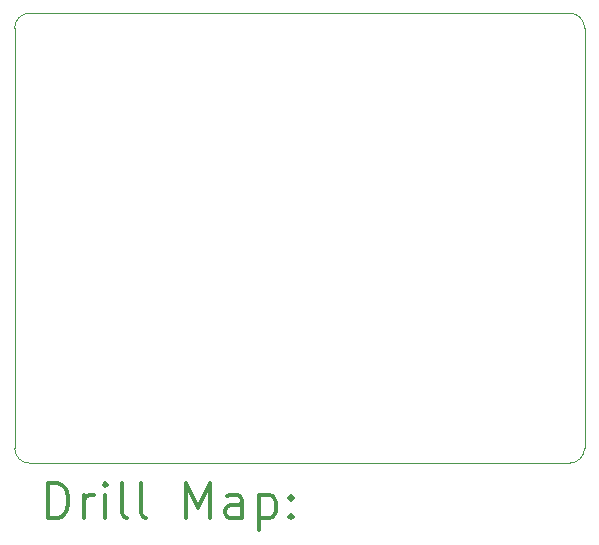
<source format=gbr>
%FSLAX45Y45*%
G04 Gerber Fmt 4.5, Leading zero omitted, Abs format (unit mm)*
G04 Created by KiCad (PCBNEW (5.1.9-0-10_14)) date 2021-08-20 09:17:49*
%MOMM*%
%LPD*%
G01*
G04 APERTURE LIST*
%TA.AperFunction,Profile*%
%ADD10C,0.050000*%
%TD*%
%ADD11C,0.200000*%
%ADD12C,0.300000*%
G04 APERTURE END LIST*
D10*
X13081000Y-8763000D02*
X17653000Y-8763000D01*
X12954000Y-12446000D02*
X12954000Y-8890000D01*
X17653000Y-12573000D02*
X13081000Y-12573000D01*
X17780000Y-8890000D02*
X17780000Y-12446000D01*
X17780000Y-12446000D02*
G75*
G02*
X17653000Y-12573000I-127000J0D01*
G01*
X13081000Y-12573000D02*
G75*
G02*
X12954000Y-12446000I0J127000D01*
G01*
X12954000Y-8890000D02*
G75*
G02*
X13081000Y-8763000I127000J0D01*
G01*
X17653000Y-8763000D02*
G75*
G02*
X17780000Y-8890000I0J-127000D01*
G01*
D11*
D12*
X13237928Y-13041214D02*
X13237928Y-12741214D01*
X13309357Y-12741214D01*
X13352214Y-12755500D01*
X13380786Y-12784071D01*
X13395071Y-12812643D01*
X13409357Y-12869786D01*
X13409357Y-12912643D01*
X13395071Y-12969786D01*
X13380786Y-12998357D01*
X13352214Y-13026929D01*
X13309357Y-13041214D01*
X13237928Y-13041214D01*
X13537928Y-13041214D02*
X13537928Y-12841214D01*
X13537928Y-12898357D02*
X13552214Y-12869786D01*
X13566500Y-12855500D01*
X13595071Y-12841214D01*
X13623643Y-12841214D01*
X13723643Y-13041214D02*
X13723643Y-12841214D01*
X13723643Y-12741214D02*
X13709357Y-12755500D01*
X13723643Y-12769786D01*
X13737928Y-12755500D01*
X13723643Y-12741214D01*
X13723643Y-12769786D01*
X13909357Y-13041214D02*
X13880786Y-13026929D01*
X13866500Y-12998357D01*
X13866500Y-12741214D01*
X14066500Y-13041214D02*
X14037928Y-13026929D01*
X14023643Y-12998357D01*
X14023643Y-12741214D01*
X14409357Y-13041214D02*
X14409357Y-12741214D01*
X14509357Y-12955500D01*
X14609357Y-12741214D01*
X14609357Y-13041214D01*
X14880786Y-13041214D02*
X14880786Y-12884071D01*
X14866500Y-12855500D01*
X14837928Y-12841214D01*
X14780786Y-12841214D01*
X14752214Y-12855500D01*
X14880786Y-13026929D02*
X14852214Y-13041214D01*
X14780786Y-13041214D01*
X14752214Y-13026929D01*
X14737928Y-12998357D01*
X14737928Y-12969786D01*
X14752214Y-12941214D01*
X14780786Y-12926929D01*
X14852214Y-12926929D01*
X14880786Y-12912643D01*
X15023643Y-12841214D02*
X15023643Y-13141214D01*
X15023643Y-12855500D02*
X15052214Y-12841214D01*
X15109357Y-12841214D01*
X15137928Y-12855500D01*
X15152214Y-12869786D01*
X15166500Y-12898357D01*
X15166500Y-12984071D01*
X15152214Y-13012643D01*
X15137928Y-13026929D01*
X15109357Y-13041214D01*
X15052214Y-13041214D01*
X15023643Y-13026929D01*
X15295071Y-13012643D02*
X15309357Y-13026929D01*
X15295071Y-13041214D01*
X15280786Y-13026929D01*
X15295071Y-13012643D01*
X15295071Y-13041214D01*
X15295071Y-12855500D02*
X15309357Y-12869786D01*
X15295071Y-12884071D01*
X15280786Y-12869786D01*
X15295071Y-12855500D01*
X15295071Y-12884071D01*
M02*

</source>
